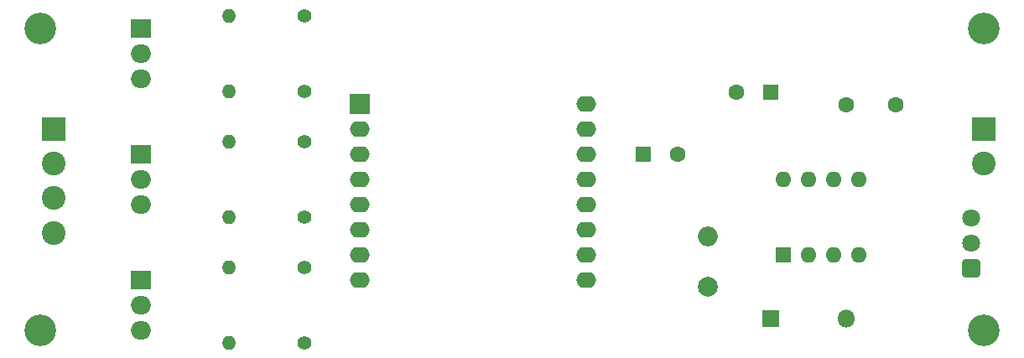
<source format=gbr>
%TF.GenerationSoftware,KiCad,Pcbnew,(6.0.2-0)*%
%TF.CreationDate,2024-01-10T11:36:12-05:00*%
%TF.ProjectId,arduino_control_rgb,61726475-696e-46f5-9f63-6f6e74726f6c,rev?*%
%TF.SameCoordinates,Original*%
%TF.FileFunction,Soldermask,Bot*%
%TF.FilePolarity,Negative*%
%FSLAX46Y46*%
G04 Gerber Fmt 4.6, Leading zero omitted, Abs format (unit mm)*
G04 Created by KiCad (PCBNEW (6.0.2-0)) date 2024-01-10 11:36:12*
%MOMM*%
%LPD*%
G01*
G04 APERTURE LIST*
G04 Aperture macros list*
%AMRoundRect*
0 Rectangle with rounded corners*
0 $1 Rounding radius*
0 $2 $3 $4 $5 $6 $7 $8 $9 X,Y pos of 4 corners*
0 Add a 4 corners polygon primitive as box body*
4,1,4,$2,$3,$4,$5,$6,$7,$8,$9,$2,$3,0*
0 Add four circle primitives for the rounded corners*
1,1,$1+$1,$2,$3*
1,1,$1+$1,$4,$5*
1,1,$1+$1,$6,$7*
1,1,$1+$1,$8,$9*
0 Add four rect primitives between the rounded corners*
20,1,$1+$1,$2,$3,$4,$5,0*
20,1,$1+$1,$4,$5,$6,$7,0*
20,1,$1+$1,$6,$7,$8,$9,0*
20,1,$1+$1,$8,$9,$2,$3,0*%
G04 Aperture macros list end*
%ADD10C,3.200000*%
%ADD11R,2.000000X2.000000*%
%ADD12O,2.000000X1.600000*%
%ADD13RoundRect,0.250200X0.649800X-0.649800X0.649800X0.649800X-0.649800X0.649800X-0.649800X-0.649800X0*%
%ADD14C,1.800000*%
%ADD15R,1.600000X1.600000*%
%ADD16O,1.600000X1.600000*%
%ADD17C,1.400000*%
%ADD18O,1.400000X1.400000*%
%ADD19R,2.000000X1.905000*%
%ADD20O,2.000000X1.905000*%
%ADD21C,2.000000*%
%ADD22O,2.000000X2.000000*%
%ADD23C,2.400000*%
%ADD24R,2.400000X2.400000*%
%ADD25R,1.800000X1.800000*%
%ADD26O,1.800000X1.800000*%
%ADD27C,1.600000*%
G04 APERTURE END LIST*
D10*
%TO.C,U7*%
X292100000Y-5080000D03*
%TD*%
%TO.C,U6*%
X292100000Y-35560000D03*
%TD*%
D11*
%TO.C,U5*%
X229085000Y-12700000D03*
D12*
X229085000Y-15240000D03*
X229085000Y-17780000D03*
X229085000Y-20320000D03*
X229085000Y-22860000D03*
X229085000Y-25400000D03*
X229085000Y-27940000D03*
X229085000Y-30480000D03*
X251945000Y-30480000D03*
X251945000Y-27940000D03*
X251945000Y-25400000D03*
X251945000Y-22860000D03*
X251945000Y-20320000D03*
X251945000Y-17780000D03*
X251945000Y-15240000D03*
X251945000Y-12700000D03*
%TD*%
D13*
%TO.C,U4*%
X290840302Y-29290000D03*
D14*
X290840302Y-26750000D03*
X290840302Y-24210000D03*
%TD*%
D15*
%TO.C,U3*%
X271865000Y-28010000D03*
D16*
X274405000Y-28010000D03*
X276945000Y-28010000D03*
X279485000Y-28010000D03*
X279485000Y-20390000D03*
X276945000Y-20390000D03*
X274405000Y-20390000D03*
X271865000Y-20390000D03*
%TD*%
D10*
%TO.C,U2*%
X196850000Y-5080000D03*
%TD*%
%TO.C,U1*%
X196850000Y-35560000D03*
%TD*%
D17*
%TO.C,R6*%
X223520000Y-36830000D03*
D18*
X215900000Y-36830000D03*
%TD*%
%TO.C,R5*%
X215900000Y-24130000D03*
D17*
X223520000Y-24130000D03*
%TD*%
%TO.C,R4*%
X223520000Y-11430000D03*
D18*
X215900000Y-11430000D03*
%TD*%
%TO.C,R3*%
X215900000Y-29210000D03*
D17*
X223520000Y-29210000D03*
%TD*%
%TO.C,R2*%
X223520000Y-16510000D03*
D18*
X215900000Y-16510000D03*
%TD*%
D17*
%TO.C,R1*%
X223520000Y-3810000D03*
D18*
X215900000Y-3810000D03*
%TD*%
D19*
%TO.C,Q3*%
X207010000Y-30480000D03*
D20*
X207010000Y-33020000D03*
X207010000Y-35560000D03*
%TD*%
D19*
%TO.C,Q2*%
X207010000Y-17780000D03*
D20*
X207010000Y-20320000D03*
X207010000Y-22860000D03*
%TD*%
D19*
%TO.C,Q1*%
X207010000Y-5080000D03*
D20*
X207010000Y-7620000D03*
X207010000Y-10160000D03*
%TD*%
D21*
%TO.C,L1*%
X264235000Y-31205000D03*
D22*
X264235000Y-26125000D03*
%TD*%
D23*
%TO.C,J2*%
X198220000Y-25740000D03*
X198220000Y-22240000D03*
X198220000Y-18740000D03*
D24*
X198220000Y-15240000D03*
%TD*%
%TO.C,J1*%
X292100000Y-15240000D03*
D23*
X292100000Y-18740000D03*
%TD*%
D25*
%TO.C,D1*%
X270585000Y-34370000D03*
D26*
X278205000Y-34370000D03*
%TD*%
D15*
%TO.C,C3*%
X257719698Y-17780000D03*
D27*
X261219698Y-17780000D03*
%TD*%
%TO.C,C2*%
X278245000Y-12780000D03*
X283245000Y-12780000D03*
%TD*%
%TO.C,C1*%
X267085000Y-11510000D03*
D15*
X270585000Y-11510000D03*
%TD*%
M02*

</source>
